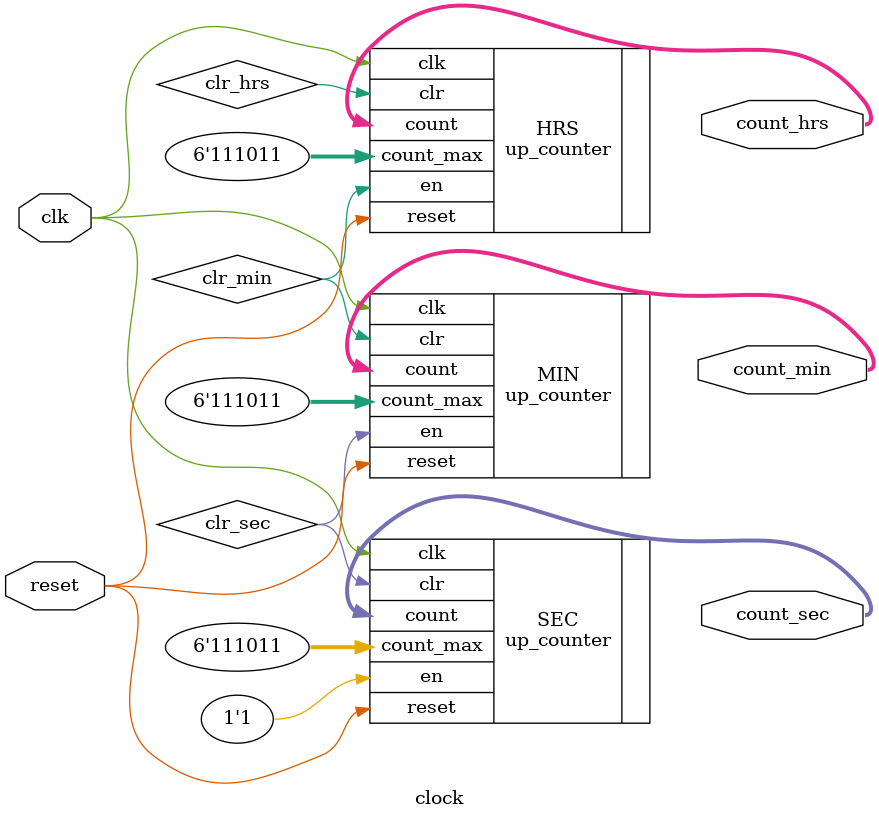
<source format=v>
module clock
#(
	parameter count_max	= 6'd59,
 	parameter TRUE 		= 1'b1
)
(
input               clk,
input               reset,
output reg  [5:0]   count_sec,
output reg  [5:0]   count_min,
output reg  [5:0]   count_hrs

);
wire  	   	 clr_hrs;
wire  	   	 clr_min;
wire  	   	 clr_sec;


up_counter SEC
(
.clk                (clk		),
.reset              (reset		),
.en                 (TRUE		),
.count_max          (count_max	),
.clr                (clr_sec	),
.count              (count_sec	)
);



up_counter MIN
(
.clk                (clk		),
.reset              (reset		),
.en                 (clr_sec	),
.count_max          (count_max	),
.clr                (clr_min	),
.count              (count_min	)
);



up_counter HRS
(
.clk                (clk		),
.reset              (reset		),
.en                 (clr_min	),
.count_max          (count_max	),
.clr                (clr_hrs	),
.count              (count_hrs	)
);

endmodule
</source>
